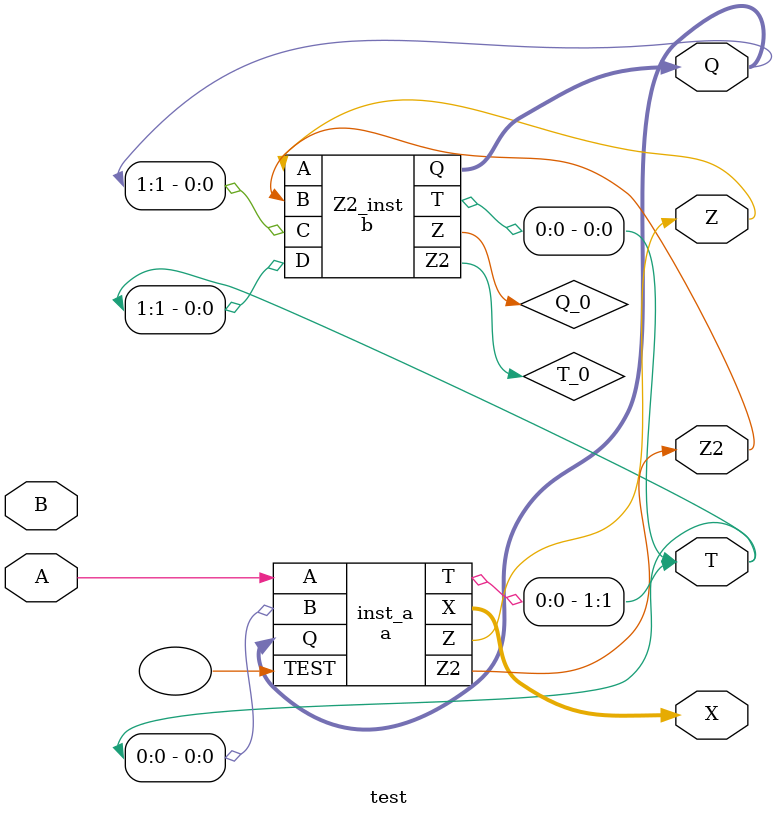
<source format=v>
module BUFFER(X, A );
output X;
input  A;

endmodule

module a ( TEST, Q, Z, Z2, T, A, B, X);
input TEST;
output Z;
output Z2;
output T;
output [2:5] X; 
input [15:0] Q;
input  A;
input  B;

endmodule

module b ( Q, Z, Z2, T, A, B, C, D);
output Z;
output Z2;
output T;
output [15:0] Q;
input  A;
input  B;
input  C;
input  D;
endmodule

module c ( W, Z, Z2, T, A, B, C, D,X,Y);
output Z;
output Z2;
output T;
input [7:0] W;
input [2:5] X;
input [2:5] Y;
input  A;
input  B;
input  C;
input  D;
wire f,g,h,i,j,k,l;

 and2x1 inst1 (.Z(f), .A(A), .B(B));
 and2x1 inst2 (.Z(g), .A(f), .B(C));
 and2x1 inst3 (.Z(T), .A(f), .B(g));
 and2x1 inst4 (.Z(Z), .A(D), .B(g));

endmodule

module test ( X, Q, T, Z, Z2, A,B);
output Z;
output [2:5] X;
output [15:0] Q;
output Z2;
output [1:0] T;
input  A;
input  B;

 a inst_a (.TEST(), .Q(Q), .Z(Z), .Z2(Z2), .T(T[1]), .A(A), .B(T[0]), .X(X));
 b Z2_inst (.Q(Q), .Z(Q_0), .Z2(T_0), .T(T[0]), .A(Z), .B(Z2), .C(Q[1]), .D(T[1]));
 c inst_C  (.W({Z2,T[1],T[1:0],Q[3],Q[2:0]}), .X(X[2:5]), .Y(Xx));

endmodule

</source>
